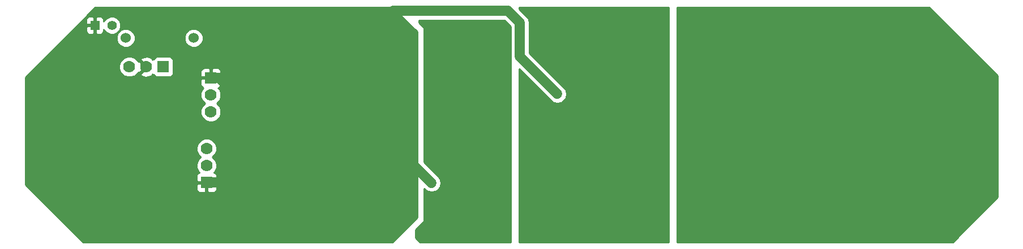
<source format=gbl>
G04 (created by PCBNEW (2013-may-18)-stable) date 2014年02月07日 星期五 16时20分23秒*
%MOIN*%
G04 Gerber Fmt 3.4, Leading zero omitted, Abs format*
%FSLAX34Y34*%
G01*
G70*
G90*
G04 APERTURE LIST*
%ADD10C,0.00590551*%
%ADD11R,0.055X0.055*%
%ADD12C,0.055*%
%ADD13C,0.07*%
%ADD14R,0.07X0.07*%
%ADD15C,0.06*%
%ADD16C,0.035*%
%ADD17C,0.02*%
%ADD18C,0.01*%
%ADD19C,0.0590551*%
G04 APERTURE END LIST*
G54D10*
G54D11*
X30975Y-35150D03*
G54D12*
X31975Y-35150D03*
G54D13*
X37550Y-42425D03*
X37550Y-43425D03*
G54D14*
X37550Y-44425D03*
G54D13*
X37800Y-40250D03*
X37800Y-39250D03*
G54D14*
X37800Y-38250D03*
G54D15*
X32800Y-35900D03*
X36800Y-35900D03*
G54D13*
X33000Y-37600D03*
X34000Y-37600D03*
G54D14*
X35000Y-37600D03*
G54D16*
X58500Y-44400D03*
X58500Y-46300D03*
X62300Y-45300D03*
X62100Y-37000D03*
X58600Y-35500D03*
X58600Y-37400D03*
X36200Y-47400D03*
X39500Y-45300D03*
X41400Y-43200D03*
X41400Y-36500D03*
X58200Y-39200D03*
X50800Y-44450D03*
X44050Y-45000D03*
X30525Y-41000D03*
X33550Y-41325D03*
X52800Y-44700D03*
X52800Y-47300D03*
X50800Y-47100D03*
X50700Y-35700D03*
X52800Y-35000D03*
X52800Y-36900D03*
X71400Y-36600D03*
X73100Y-34800D03*
X78900Y-36400D03*
X80700Y-42100D03*
X79200Y-42700D03*
X70500Y-47300D03*
X67600Y-46400D03*
X76600Y-41800D03*
X73900Y-41800D03*
X72700Y-37300D03*
X67800Y-35600D03*
X68200Y-39900D03*
G54D17*
X58500Y-46300D02*
X58500Y-44400D01*
X62300Y-37200D02*
X62300Y-45300D01*
X62100Y-37000D02*
X62300Y-37200D01*
X58600Y-37400D02*
X58600Y-35500D01*
G54D18*
X37400Y-47400D02*
X36200Y-47400D01*
X39500Y-45300D02*
X37400Y-47400D01*
X41400Y-36500D02*
X41400Y-43200D01*
G54D19*
X48550Y-34300D02*
X44600Y-38250D01*
X55300Y-34300D02*
X48550Y-34300D01*
X56000Y-35000D02*
X55300Y-34300D01*
X56000Y-37000D02*
X56000Y-35000D01*
X58200Y-39200D02*
X56000Y-37000D01*
X44600Y-38250D02*
X37800Y-38250D01*
X50800Y-44450D02*
X44600Y-38250D01*
X37800Y-38250D02*
X38800Y-38250D01*
X38850Y-38300D02*
X38800Y-38250D01*
X38850Y-39800D02*
X38850Y-38300D01*
X38850Y-39800D02*
X44050Y-45000D01*
G54D17*
X33225Y-41000D02*
X30525Y-41000D01*
X33550Y-41325D02*
X33225Y-41000D01*
G54D19*
X37550Y-44425D02*
X38275Y-44425D01*
X38275Y-38250D02*
X37800Y-38250D01*
X38750Y-38725D02*
X38275Y-38250D01*
X38750Y-43950D02*
X38750Y-38725D01*
X38275Y-44425D02*
X38750Y-43950D01*
G54D17*
X52800Y-47300D02*
X52800Y-44700D01*
X51700Y-46200D02*
X50800Y-47100D01*
X51700Y-36700D02*
X51700Y-46200D01*
X50700Y-35700D02*
X51700Y-36700D01*
X52800Y-36900D02*
X52800Y-35000D01*
X71400Y-36500D02*
X71400Y-36600D01*
X73100Y-34800D02*
X71400Y-36500D01*
X78900Y-40300D02*
X78900Y-36400D01*
X80700Y-42100D02*
X78900Y-40300D01*
X74800Y-47100D02*
X79200Y-42700D01*
X70700Y-47100D02*
X74800Y-47100D01*
X70500Y-47300D02*
X70700Y-47100D01*
X72000Y-46400D02*
X67600Y-46400D01*
X76600Y-41800D02*
X72000Y-46400D01*
X73900Y-38500D02*
X73900Y-41800D01*
X72700Y-37300D02*
X73900Y-38500D01*
X67800Y-39500D02*
X67800Y-35600D01*
X68200Y-39900D02*
X67800Y-39500D01*
G54D10*
G36*
X49950Y-46479D02*
X48479Y-47950D01*
X46750Y-47950D01*
X42500Y-47950D01*
X38400Y-47950D01*
X38400Y-40131D01*
X38308Y-39910D01*
X38148Y-39749D01*
X38308Y-39590D01*
X38399Y-39369D01*
X38400Y-39131D01*
X38308Y-38910D01*
X38234Y-38835D01*
X38291Y-38812D01*
X38361Y-38741D01*
X38399Y-38649D01*
X38400Y-38550D01*
X38400Y-37949D01*
X38399Y-37850D01*
X38361Y-37758D01*
X38291Y-37687D01*
X38199Y-37649D01*
X37912Y-37650D01*
X37850Y-37712D01*
X37850Y-38200D01*
X38337Y-38200D01*
X38400Y-38137D01*
X38400Y-37949D01*
X38400Y-38550D01*
X38400Y-38362D01*
X38337Y-38300D01*
X37850Y-38300D01*
X37850Y-38307D01*
X37750Y-38307D01*
X37750Y-38300D01*
X37750Y-38200D01*
X37750Y-37712D01*
X37687Y-37650D01*
X37400Y-37649D01*
X37350Y-37670D01*
X37350Y-35791D01*
X37266Y-35588D01*
X37111Y-35434D01*
X36909Y-35350D01*
X36691Y-35349D01*
X36488Y-35433D01*
X36334Y-35588D01*
X36250Y-35790D01*
X36249Y-36008D01*
X36333Y-36211D01*
X36488Y-36365D01*
X36690Y-36449D01*
X36908Y-36450D01*
X37111Y-36366D01*
X37265Y-36211D01*
X37349Y-36009D01*
X37350Y-35791D01*
X37350Y-37670D01*
X37308Y-37687D01*
X37238Y-37758D01*
X37200Y-37850D01*
X37199Y-37949D01*
X37200Y-38137D01*
X37262Y-38200D01*
X37750Y-38200D01*
X37750Y-38300D01*
X37262Y-38300D01*
X37200Y-38362D01*
X37199Y-38550D01*
X37200Y-38649D01*
X37238Y-38741D01*
X37308Y-38812D01*
X37365Y-38835D01*
X37291Y-38909D01*
X37200Y-39130D01*
X37199Y-39368D01*
X37291Y-39589D01*
X37451Y-39750D01*
X37291Y-39909D01*
X37200Y-40130D01*
X37199Y-40368D01*
X37291Y-40589D01*
X37459Y-40758D01*
X37680Y-40849D01*
X37918Y-40850D01*
X38139Y-40758D01*
X38308Y-40590D01*
X38399Y-40369D01*
X38400Y-40131D01*
X38400Y-47950D01*
X38150Y-47950D01*
X38150Y-43306D01*
X38058Y-43085D01*
X37898Y-42924D01*
X38058Y-42765D01*
X38149Y-42544D01*
X38150Y-42306D01*
X38058Y-42085D01*
X37890Y-41916D01*
X37669Y-41825D01*
X37431Y-41824D01*
X37210Y-41916D01*
X37041Y-42084D01*
X36950Y-42305D01*
X36949Y-42543D01*
X37041Y-42764D01*
X37201Y-42925D01*
X37041Y-43084D01*
X36950Y-43305D01*
X36949Y-43543D01*
X37041Y-43764D01*
X37115Y-43839D01*
X37058Y-43862D01*
X36988Y-43933D01*
X36950Y-44025D01*
X36949Y-44124D01*
X36950Y-44312D01*
X37012Y-44375D01*
X37500Y-44375D01*
X37500Y-44367D01*
X37600Y-44367D01*
X37600Y-44375D01*
X38087Y-44375D01*
X38150Y-44312D01*
X38150Y-44124D01*
X38149Y-44025D01*
X38111Y-43933D01*
X38041Y-43862D01*
X37984Y-43839D01*
X38058Y-43765D01*
X38149Y-43544D01*
X38150Y-43306D01*
X38150Y-47950D01*
X38150Y-47950D01*
X38150Y-44725D01*
X38150Y-44537D01*
X38087Y-44475D01*
X37600Y-44475D01*
X37600Y-44962D01*
X37662Y-45025D01*
X37949Y-45025D01*
X38041Y-44987D01*
X38111Y-44916D01*
X38149Y-44824D01*
X38150Y-44725D01*
X38150Y-47950D01*
X37500Y-47950D01*
X37500Y-44962D01*
X37500Y-44475D01*
X37012Y-44475D01*
X36950Y-44537D01*
X36949Y-44725D01*
X36950Y-44824D01*
X36988Y-44916D01*
X37058Y-44987D01*
X37150Y-45025D01*
X37437Y-45025D01*
X37500Y-44962D01*
X37500Y-47950D01*
X35600Y-47950D01*
X35600Y-37900D01*
X35600Y-37200D01*
X35562Y-37108D01*
X35491Y-37038D01*
X35399Y-37000D01*
X35300Y-36999D01*
X34600Y-36999D01*
X34508Y-37037D01*
X34438Y-37108D01*
X34418Y-37154D01*
X34396Y-37132D01*
X34351Y-37177D01*
X34317Y-37077D01*
X34093Y-36995D01*
X33855Y-37005D01*
X33682Y-37077D01*
X33648Y-37177D01*
X34000Y-37529D01*
X34005Y-37523D01*
X34076Y-37594D01*
X34070Y-37600D01*
X34076Y-37605D01*
X34005Y-37676D01*
X34000Y-37670D01*
X33929Y-37741D01*
X33929Y-37600D01*
X33577Y-37248D01*
X33512Y-37270D01*
X33508Y-37260D01*
X33350Y-37101D01*
X33350Y-35791D01*
X33266Y-35588D01*
X33111Y-35434D01*
X32909Y-35350D01*
X32691Y-35349D01*
X32500Y-35428D01*
X32500Y-35046D01*
X32420Y-34853D01*
X32272Y-34705D01*
X32079Y-34625D01*
X31871Y-34624D01*
X31678Y-34704D01*
X31530Y-34852D01*
X31500Y-34924D01*
X31500Y-34924D01*
X31499Y-34825D01*
X31461Y-34733D01*
X31391Y-34662D01*
X31299Y-34624D01*
X31087Y-34625D01*
X31025Y-34687D01*
X31025Y-35100D01*
X31032Y-35100D01*
X31032Y-35200D01*
X31025Y-35200D01*
X31025Y-35612D01*
X31087Y-35675D01*
X31299Y-35675D01*
X31391Y-35637D01*
X31461Y-35566D01*
X31499Y-35474D01*
X31500Y-35375D01*
X31500Y-35375D01*
X31529Y-35447D01*
X31677Y-35594D01*
X31870Y-35674D01*
X32078Y-35675D01*
X32272Y-35595D01*
X32419Y-35447D01*
X32499Y-35254D01*
X32500Y-35046D01*
X32500Y-35428D01*
X32488Y-35433D01*
X32334Y-35588D01*
X32250Y-35790D01*
X32249Y-36008D01*
X32333Y-36211D01*
X32488Y-36365D01*
X32690Y-36449D01*
X32908Y-36450D01*
X33111Y-36366D01*
X33265Y-36211D01*
X33349Y-36009D01*
X33350Y-35791D01*
X33350Y-37101D01*
X33340Y-37091D01*
X33119Y-37000D01*
X32881Y-36999D01*
X32660Y-37091D01*
X32491Y-37259D01*
X32400Y-37480D01*
X32399Y-37718D01*
X32491Y-37939D01*
X32659Y-38108D01*
X32880Y-38199D01*
X33118Y-38200D01*
X33339Y-38108D01*
X33508Y-37940D01*
X33512Y-37929D01*
X33577Y-37951D01*
X33929Y-37600D01*
X33929Y-37741D01*
X33648Y-38022D01*
X33682Y-38122D01*
X33906Y-38204D01*
X34144Y-38194D01*
X34317Y-38122D01*
X34351Y-38022D01*
X34351Y-38022D01*
X34396Y-38067D01*
X34418Y-38045D01*
X34437Y-38091D01*
X34508Y-38161D01*
X34600Y-38199D01*
X34699Y-38200D01*
X35399Y-38200D01*
X35491Y-38162D01*
X35561Y-38091D01*
X35599Y-37999D01*
X35600Y-37900D01*
X35600Y-47950D01*
X34351Y-47950D01*
X30925Y-47950D01*
X30925Y-35612D01*
X30925Y-35200D01*
X30925Y-35100D01*
X30925Y-34687D01*
X30862Y-34625D01*
X30650Y-34624D01*
X30558Y-34662D01*
X30488Y-34733D01*
X30450Y-34825D01*
X30449Y-34924D01*
X30450Y-35037D01*
X30512Y-35100D01*
X30925Y-35100D01*
X30925Y-35200D01*
X30512Y-35200D01*
X30450Y-35262D01*
X30449Y-35375D01*
X30450Y-35474D01*
X30488Y-35566D01*
X30558Y-35637D01*
X30650Y-35675D01*
X30862Y-35675D01*
X30925Y-35612D01*
X30925Y-47950D01*
X30270Y-47950D01*
X26869Y-44548D01*
X26869Y-38201D01*
X31001Y-34069D01*
X48498Y-34069D01*
X49950Y-35520D01*
X49950Y-46479D01*
X49950Y-46479D01*
G37*
G54D18*
X49950Y-46479D02*
X48479Y-47950D01*
X46750Y-47950D01*
X42500Y-47950D01*
X38400Y-47950D01*
X38400Y-40131D01*
X38308Y-39910D01*
X38148Y-39749D01*
X38308Y-39590D01*
X38399Y-39369D01*
X38400Y-39131D01*
X38308Y-38910D01*
X38234Y-38835D01*
X38291Y-38812D01*
X38361Y-38741D01*
X38399Y-38649D01*
X38400Y-38550D01*
X38400Y-37949D01*
X38399Y-37850D01*
X38361Y-37758D01*
X38291Y-37687D01*
X38199Y-37649D01*
X37912Y-37650D01*
X37850Y-37712D01*
X37850Y-38200D01*
X38337Y-38200D01*
X38400Y-38137D01*
X38400Y-37949D01*
X38400Y-38550D01*
X38400Y-38362D01*
X38337Y-38300D01*
X37850Y-38300D01*
X37850Y-38307D01*
X37750Y-38307D01*
X37750Y-38300D01*
X37750Y-38200D01*
X37750Y-37712D01*
X37687Y-37650D01*
X37400Y-37649D01*
X37350Y-37670D01*
X37350Y-35791D01*
X37266Y-35588D01*
X37111Y-35434D01*
X36909Y-35350D01*
X36691Y-35349D01*
X36488Y-35433D01*
X36334Y-35588D01*
X36250Y-35790D01*
X36249Y-36008D01*
X36333Y-36211D01*
X36488Y-36365D01*
X36690Y-36449D01*
X36908Y-36450D01*
X37111Y-36366D01*
X37265Y-36211D01*
X37349Y-36009D01*
X37350Y-35791D01*
X37350Y-37670D01*
X37308Y-37687D01*
X37238Y-37758D01*
X37200Y-37850D01*
X37199Y-37949D01*
X37200Y-38137D01*
X37262Y-38200D01*
X37750Y-38200D01*
X37750Y-38300D01*
X37262Y-38300D01*
X37200Y-38362D01*
X37199Y-38550D01*
X37200Y-38649D01*
X37238Y-38741D01*
X37308Y-38812D01*
X37365Y-38835D01*
X37291Y-38909D01*
X37200Y-39130D01*
X37199Y-39368D01*
X37291Y-39589D01*
X37451Y-39750D01*
X37291Y-39909D01*
X37200Y-40130D01*
X37199Y-40368D01*
X37291Y-40589D01*
X37459Y-40758D01*
X37680Y-40849D01*
X37918Y-40850D01*
X38139Y-40758D01*
X38308Y-40590D01*
X38399Y-40369D01*
X38400Y-40131D01*
X38400Y-47950D01*
X38150Y-47950D01*
X38150Y-43306D01*
X38058Y-43085D01*
X37898Y-42924D01*
X38058Y-42765D01*
X38149Y-42544D01*
X38150Y-42306D01*
X38058Y-42085D01*
X37890Y-41916D01*
X37669Y-41825D01*
X37431Y-41824D01*
X37210Y-41916D01*
X37041Y-42084D01*
X36950Y-42305D01*
X36949Y-42543D01*
X37041Y-42764D01*
X37201Y-42925D01*
X37041Y-43084D01*
X36950Y-43305D01*
X36949Y-43543D01*
X37041Y-43764D01*
X37115Y-43839D01*
X37058Y-43862D01*
X36988Y-43933D01*
X36950Y-44025D01*
X36949Y-44124D01*
X36950Y-44312D01*
X37012Y-44375D01*
X37500Y-44375D01*
X37500Y-44367D01*
X37600Y-44367D01*
X37600Y-44375D01*
X38087Y-44375D01*
X38150Y-44312D01*
X38150Y-44124D01*
X38149Y-44025D01*
X38111Y-43933D01*
X38041Y-43862D01*
X37984Y-43839D01*
X38058Y-43765D01*
X38149Y-43544D01*
X38150Y-43306D01*
X38150Y-47950D01*
X38150Y-47950D01*
X38150Y-44725D01*
X38150Y-44537D01*
X38087Y-44475D01*
X37600Y-44475D01*
X37600Y-44962D01*
X37662Y-45025D01*
X37949Y-45025D01*
X38041Y-44987D01*
X38111Y-44916D01*
X38149Y-44824D01*
X38150Y-44725D01*
X38150Y-47950D01*
X37500Y-47950D01*
X37500Y-44962D01*
X37500Y-44475D01*
X37012Y-44475D01*
X36950Y-44537D01*
X36949Y-44725D01*
X36950Y-44824D01*
X36988Y-44916D01*
X37058Y-44987D01*
X37150Y-45025D01*
X37437Y-45025D01*
X37500Y-44962D01*
X37500Y-47950D01*
X35600Y-47950D01*
X35600Y-37900D01*
X35600Y-37200D01*
X35562Y-37108D01*
X35491Y-37038D01*
X35399Y-37000D01*
X35300Y-36999D01*
X34600Y-36999D01*
X34508Y-37037D01*
X34438Y-37108D01*
X34418Y-37154D01*
X34396Y-37132D01*
X34351Y-37177D01*
X34317Y-37077D01*
X34093Y-36995D01*
X33855Y-37005D01*
X33682Y-37077D01*
X33648Y-37177D01*
X34000Y-37529D01*
X34005Y-37523D01*
X34076Y-37594D01*
X34070Y-37600D01*
X34076Y-37605D01*
X34005Y-37676D01*
X34000Y-37670D01*
X33929Y-37741D01*
X33929Y-37600D01*
X33577Y-37248D01*
X33512Y-37270D01*
X33508Y-37260D01*
X33350Y-37101D01*
X33350Y-35791D01*
X33266Y-35588D01*
X33111Y-35434D01*
X32909Y-35350D01*
X32691Y-35349D01*
X32500Y-35428D01*
X32500Y-35046D01*
X32420Y-34853D01*
X32272Y-34705D01*
X32079Y-34625D01*
X31871Y-34624D01*
X31678Y-34704D01*
X31530Y-34852D01*
X31500Y-34924D01*
X31500Y-34924D01*
X31499Y-34825D01*
X31461Y-34733D01*
X31391Y-34662D01*
X31299Y-34624D01*
X31087Y-34625D01*
X31025Y-34687D01*
X31025Y-35100D01*
X31032Y-35100D01*
X31032Y-35200D01*
X31025Y-35200D01*
X31025Y-35612D01*
X31087Y-35675D01*
X31299Y-35675D01*
X31391Y-35637D01*
X31461Y-35566D01*
X31499Y-35474D01*
X31500Y-35375D01*
X31500Y-35375D01*
X31529Y-35447D01*
X31677Y-35594D01*
X31870Y-35674D01*
X32078Y-35675D01*
X32272Y-35595D01*
X32419Y-35447D01*
X32499Y-35254D01*
X32500Y-35046D01*
X32500Y-35428D01*
X32488Y-35433D01*
X32334Y-35588D01*
X32250Y-35790D01*
X32249Y-36008D01*
X32333Y-36211D01*
X32488Y-36365D01*
X32690Y-36449D01*
X32908Y-36450D01*
X33111Y-36366D01*
X33265Y-36211D01*
X33349Y-36009D01*
X33350Y-35791D01*
X33350Y-37101D01*
X33340Y-37091D01*
X33119Y-37000D01*
X32881Y-36999D01*
X32660Y-37091D01*
X32491Y-37259D01*
X32400Y-37480D01*
X32399Y-37718D01*
X32491Y-37939D01*
X32659Y-38108D01*
X32880Y-38199D01*
X33118Y-38200D01*
X33339Y-38108D01*
X33508Y-37940D01*
X33512Y-37929D01*
X33577Y-37951D01*
X33929Y-37600D01*
X33929Y-37741D01*
X33648Y-38022D01*
X33682Y-38122D01*
X33906Y-38204D01*
X34144Y-38194D01*
X34317Y-38122D01*
X34351Y-38022D01*
X34351Y-38022D01*
X34396Y-38067D01*
X34418Y-38045D01*
X34437Y-38091D01*
X34508Y-38161D01*
X34600Y-38199D01*
X34699Y-38200D01*
X35399Y-38200D01*
X35491Y-38162D01*
X35561Y-38091D01*
X35599Y-37999D01*
X35600Y-37900D01*
X35600Y-47950D01*
X34351Y-47950D01*
X30925Y-47950D01*
X30925Y-35612D01*
X30925Y-35200D01*
X30925Y-35100D01*
X30925Y-34687D01*
X30862Y-34625D01*
X30650Y-34624D01*
X30558Y-34662D01*
X30488Y-34733D01*
X30450Y-34825D01*
X30449Y-34924D01*
X30450Y-35037D01*
X30512Y-35100D01*
X30925Y-35100D01*
X30925Y-35200D01*
X30512Y-35200D01*
X30450Y-35262D01*
X30449Y-35375D01*
X30450Y-35474D01*
X30488Y-35566D01*
X30558Y-35637D01*
X30650Y-35675D01*
X30862Y-35675D01*
X30925Y-35612D01*
X30925Y-47950D01*
X30270Y-47950D01*
X26869Y-44548D01*
X26869Y-38201D01*
X31001Y-34069D01*
X48498Y-34069D01*
X49950Y-35520D01*
X49950Y-46479D01*
G54D10*
G36*
X55450Y-47950D02*
X50120Y-47950D01*
X49850Y-47679D01*
X49850Y-47220D01*
X50350Y-46720D01*
X50350Y-44771D01*
X50414Y-44835D01*
X50591Y-44953D01*
X50800Y-44995D01*
X51008Y-44953D01*
X51185Y-44835D01*
X51303Y-44658D01*
X51345Y-44450D01*
X51303Y-44241D01*
X51185Y-44064D01*
X50350Y-43228D01*
X50350Y-35279D01*
X50050Y-34979D01*
X50050Y-34845D01*
X55074Y-34845D01*
X55450Y-35221D01*
X55450Y-47950D01*
X55450Y-47950D01*
G37*
G54D18*
X55450Y-47950D02*
X50120Y-47950D01*
X49850Y-47679D01*
X49850Y-47220D01*
X50350Y-46720D01*
X50350Y-44771D01*
X50414Y-44835D01*
X50591Y-44953D01*
X50800Y-44995D01*
X51008Y-44953D01*
X51185Y-44835D01*
X51303Y-44658D01*
X51345Y-44450D01*
X51303Y-44241D01*
X51185Y-44064D01*
X50350Y-43228D01*
X50350Y-35279D01*
X50050Y-34979D01*
X50050Y-34845D01*
X55074Y-34845D01*
X55450Y-35221D01*
X55450Y-47950D01*
G54D10*
G36*
X64750Y-47950D02*
X55950Y-47950D01*
X55950Y-37721D01*
X57814Y-39585D01*
X57991Y-39703D01*
X58200Y-39745D01*
X58408Y-39703D01*
X58585Y-39585D01*
X58703Y-39408D01*
X58745Y-39200D01*
X58703Y-38991D01*
X58585Y-38814D01*
X56545Y-36774D01*
X56545Y-35000D01*
X56545Y-34999D01*
X56545Y-34999D01*
X56503Y-34791D01*
X56385Y-34614D01*
X56385Y-34614D01*
X55950Y-34178D01*
X55950Y-34069D01*
X64750Y-34069D01*
X64750Y-47950D01*
X64750Y-47950D01*
G37*
G54D18*
X64750Y-47950D02*
X55950Y-47950D01*
X55950Y-37721D01*
X57814Y-39585D01*
X57991Y-39703D01*
X58200Y-39745D01*
X58408Y-39703D01*
X58585Y-39585D01*
X58703Y-39408D01*
X58745Y-39200D01*
X58703Y-38991D01*
X58585Y-38814D01*
X56545Y-36774D01*
X56545Y-35000D01*
X56545Y-34999D01*
X56545Y-34999D01*
X56503Y-34791D01*
X56385Y-34614D01*
X56385Y-34614D01*
X55950Y-34178D01*
X55950Y-34069D01*
X64750Y-34069D01*
X64750Y-47950D01*
G54D10*
G36*
X84130Y-45298D02*
X81479Y-47950D01*
X65250Y-47950D01*
X65250Y-34069D01*
X80098Y-34069D01*
X84130Y-38101D01*
X84130Y-45298D01*
X84130Y-45298D01*
G37*
G54D18*
X84130Y-45298D02*
X81479Y-47950D01*
X65250Y-47950D01*
X65250Y-34069D01*
X80098Y-34069D01*
X84130Y-38101D01*
X84130Y-45298D01*
M02*

</source>
